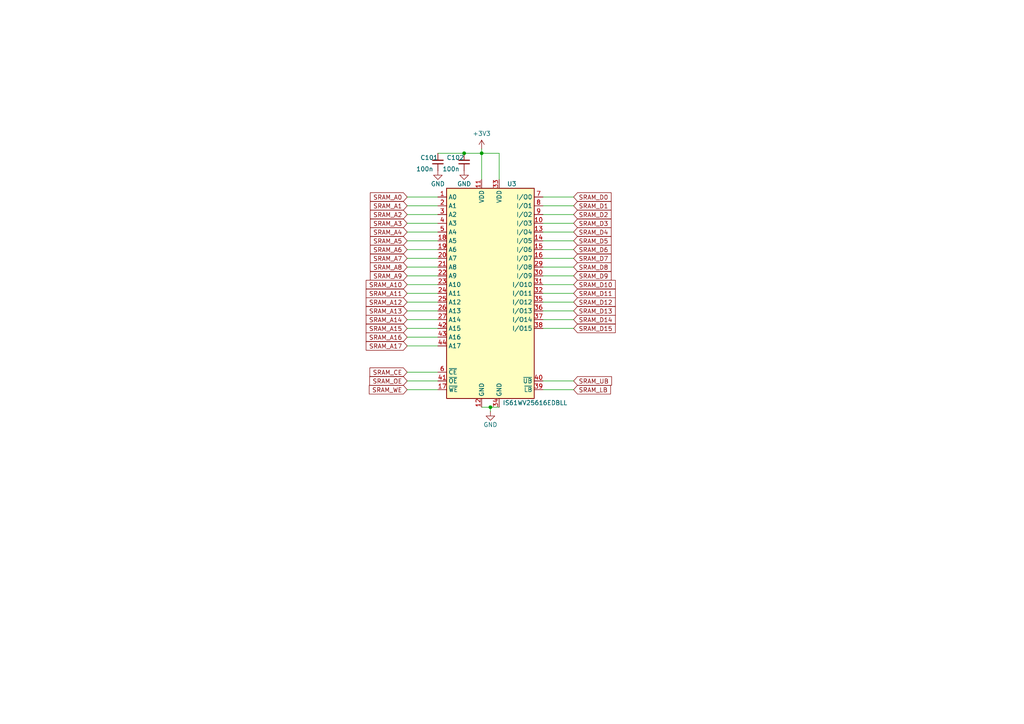
<source format=kicad_sch>
(kicad_sch (version 20231120) (generator "eeschema") (generator_version "8.0")
  (paper "A4")
  (title_block (title "CPArti: Artix-7 FPGA Development Board") (date "2024-08-22") (rev "1.0"))
  (lib_symbols
    (symbol "AAWO_lib:IS61WV25616EDBLL"
      (property "Reference" "U" (at -10.16 31.75 0))
      (property "Value" "IS61WV25616EDBLL" (at 12.7 31.75 0))
      (symbol "IS61WV25616EDBLL_0_1"
        (rectangle (start -12.7 30.48) (end 12.7 -30.48) (stroke (width 0.254)) (fill (type background)))
      )
      (symbol "IS61WV25616EDBLL_1_1"
        (pin input line (at -15.24 27.94 0) (length 2.54) (name "A0") (number "1"))
        (pin bidirectional line (at 15.24 20.32 180) (length 2.54) (name "I/O3") (number "10"))
        (pin power_in line (at -2.54 33.02 270) (length 2.54) (name "VDD") (number "11"))
        (pin power_in line (at -2.54 -33.02 90) (length 2.54) (name "GND") (number "12"))
        (pin bidirectional line (at 15.24 17.78 180) (length 2.54) (name "I/O4") (number "13"))
        (pin bidirectional line (at 15.24 15.24 180) (length 2.54) (name "I/O5") (number "14"))
        (pin bidirectional line (at 15.24 12.7 180) (length 2.54) (name "I/O6") (number "15"))
        (pin bidirectional line (at 15.24 10.16 180) (length 2.54) (name "I/O7") (number "16"))
        (pin input line (at -15.24 -27.94 0) (length 2.54) (name "~{WE}") (number "17"))
        (pin input line (at -15.24 15.24 0) (length 2.54) (name "A5") (number "18"))
        (pin input line (at -15.24 12.7 0) (length 2.54) (name "A6") (number "19"))
        (pin input line (at -15.24 25.4 0) (length 2.54) (name "A1") (number "2"))
        (pin input line (at -15.24 10.16 0) (length 2.54) (name "A7") (number "20"))
        (pin input line (at -15.24 7.62 0) (length 2.54) (name "A8") (number "21"))
        (pin input line (at -15.24 5.08 0) (length 2.54) (name "A9") (number "22"))
        (pin input line (at -15.24 2.54 0) (length 2.54) (name "A10") (number "23"))
        (pin input line (at -15.24 0 0) (length 2.54) (name "A11") (number "24"))
        (pin input line (at -15.24 -2.54 0) (length 2.54) (name "A12") (number "25"))
        (pin input line (at -15.24 -5.08 0) (length 2.54) (name "A13") (number "26"))
        (pin input line (at -15.24 -7.62 0) (length 2.54) (name "A14") (number "27"))
        (pin no_connect line (at 12.7 -15.24 180) (length 2.54) hide (name "NC") (number "28"))
        (pin bidirectional line (at 15.24 7.62 180) (length 2.54) (name "I/O8") (number "29"))
        (pin input line (at -15.24 22.86 0) (length 2.54) (name "A2") (number "3"))
        (pin bidirectional line (at 15.24 5.08 180) (length 2.54) (name "I/O9") (number "30"))
        (pin bidirectional line (at 15.24 2.54 180) (length 2.54) (name "I/O10") (number "31"))
        (pin bidirectional line (at 15.24 0 180) (length 2.54) (name "I/O11") (number "32"))
        (pin power_in line (at 2.54 33.02 270) (length 2.54) (name "VDD") (number "33"))
        (pin power_in line (at 2.54 -33.02 90) (length 2.54) (name "GND") (number "34"))
        (pin bidirectional line (at 15.24 -2.54 180) (length 2.54) (name "I/O12") (number "35"))
        (pin bidirectional line (at 15.24 -5.08 180) (length 2.54) (name "I/O13") (number "36"))
        (pin bidirectional line (at 15.24 -7.62 180) (length 2.54) (name "I/O14") (number "37"))
        (pin bidirectional line (at 15.24 -10.16 180) (length 2.54) (name "I/O15") (number "38"))
        (pin input line (at 15.24 -27.94 180) (length 2.54) (name "~{LB}") (number "39"))
        (pin input line (at -15.24 20.32 0) (length 2.54) (name "A3") (number "4"))
        (pin input line (at 15.24 -25.4 180) (length 2.54) (name "~{UB}") (number "40"))
        (pin input line (at -15.24 -25.4 0) (length 2.54) (name "~{OE}") (number "41"))
        (pin input line (at -15.24 -10.16 0) (length 2.54) (name "A15") (number "42"))
        (pin input line (at -15.24 -12.7 0) (length 2.54) (name "A16") (number "43"))
        (pin input line (at -15.24 -15.24 0) (length 2.54) (name "A17") (number "44"))
        (pin input line (at -15.24 17.78 0) (length 2.54) (name "A4") (number "5"))
        (pin input line (at -15.24 -22.86 0) (length 2.54) (name "~{CE}") (number "6"))
        (pin bidirectional line (at 15.24 27.94 180) (length 2.54) (name "I/O0") (number "7"))
        (pin bidirectional line (at 15.24 25.4 180) (length 2.54) (name "I/O1") (number "8"))
        (pin bidirectional line (at 15.24 22.86 180) (length 2.54) (name "I/O2") (number "9"))
      )
    )
    (symbol "Device:C_Small" (pin_numbers hide) (pin_names (offset 0.254) hide)
      (property "Reference" "C" (at 0.254 1.778 0))
      (property "Value" "C_Small" (at 0.254 -2.032 0))
      (symbol "C_Small_0_1"
        (polyline (pts (xy -1.524 -0.508) (xy 1.524 -0.508)) (stroke (width 0.3302)))
        (polyline (pts (xy -1.524 0.508) (xy 1.524 0.508)) (stroke (width 0.3048)))
      )
      (symbol "C_Small_1_1"
        (pin passive line (at 0 2.54 270) (length 2.032) (name "~") (number "1"))
        (pin passive line (at 0 -2.54 90) (length 2.032) (name "~") (number "2"))
      )
    )
    (symbol "power:+3V3" (power) (pin_numbers hide) (pin_names (offset 0) hide)
      (property "Value" "+3V3" (at 0 3.556 0))
      (symbol "+3V3_0_1"
        (polyline (pts (xy -0.762 1.27) (xy 0 2.54)))
        (polyline (pts (xy 0 0) (xy 0 2.54)))
        (polyline (pts (xy 0 2.54) (xy 0.762 1.27)))
      )
      (symbol "+3V3_1_1"
        (pin power_in line (at 0 0 90) (length 0) (name "~") (number "1"))
      )
    )
    (symbol "power:GND" (power) (pin_numbers hide) (pin_names (offset 0) hide)
      (property "Value" "GND" (at 0 -3.81 0))
      (symbol "GND_0_1"
        (polyline (pts (xy 0 0) (xy 0 -1.27) (xy 1.27 -1.27) (xy 0 -2.54) (xy -1.27 -1.27) (xy 0 -1.27)))
      )
      (symbol "GND_1_1"
        (pin power_in line (at 0 0 270) (length 0) (name "~") (number "1"))
      )
    )
  )
  (junction (at 142.24 118.11))
  (junction (at 139.7 44.45))
  (junction (at 134.62 44.45))
  (wire (pts (xy 157.48 80.01) (xy 166.37 80.01)))
  (wire (pts (xy 139.7 44.45) (xy 139.7 52.07)))
  (wire (pts (xy 144.78 52.07) (xy 144.78 44.45)))
  (wire (pts (xy 118.11 107.95) (xy 127 107.95)))
  (wire (pts (xy 118.11 64.77) (xy 127 64.77)))
  (wire (pts (xy 118.11 110.49) (xy 127 110.49)))
  (wire (pts (xy 142.24 118.11) (xy 144.78 118.11)))
  (wire (pts (xy 118.11 97.79) (xy 127 97.79)))
  (wire (pts (xy 157.48 87.63) (xy 166.37 87.63)))
  (wire (pts (xy 118.11 113.03) (xy 127 113.03)))
  (wire (pts (xy 118.11 92.71) (xy 127 92.71)))
  (wire (pts (xy 118.11 85.09) (xy 127 85.09)))
  (wire (pts (xy 118.11 77.47) (xy 127 77.47)))
  (wire (pts (xy 118.11 95.25) (xy 127 95.25)))
  (wire (pts (xy 157.48 62.23) (xy 166.37 62.23)))
  (wire (pts (xy 118.11 80.01) (xy 127 80.01)))
  (wire (pts (xy 127 44.45) (xy 134.62 44.45)))
  (wire (pts (xy 157.48 67.31) (xy 166.37 67.31)))
  (wire (pts (xy 139.7 118.11) (xy 142.24 118.11)))
  (wire (pts (xy 157.48 64.77) (xy 166.37 64.77)))
  (wire (pts (xy 118.11 100.33) (xy 127 100.33)))
  (wire (pts (xy 157.48 85.09) (xy 166.37 85.09)))
  (wire (pts (xy 157.48 59.69) (xy 166.37 59.69)))
  (wire (pts (xy 118.11 74.93) (xy 127 74.93)))
  (wire (pts (xy 118.11 59.69) (xy 127 59.69)))
  (wire (pts (xy 157.48 90.17) (xy 166.37 90.17)))
  (wire (pts (xy 139.7 43.18) (xy 139.7 44.45)))
  (wire (pts (xy 118.11 69.85) (xy 127 69.85)))
  (wire (pts (xy 157.48 77.47) (xy 166.37 77.47)))
  (wire (pts (xy 144.78 44.45) (xy 139.7 44.45)))
  (wire (pts (xy 157.48 113.03) (xy 166.37 113.03)))
  (wire (pts (xy 118.11 87.63) (xy 127 87.63)))
  (wire (pts (xy 157.48 69.85) (xy 166.37 69.85)))
  (wire (pts (xy 157.48 92.71) (xy 166.37 92.71)))
  (wire (pts (xy 118.11 67.31) (xy 127 67.31)))
  (wire (pts (xy 118.11 90.17) (xy 127 90.17)))
  (wire (pts (xy 118.11 57.15) (xy 127 57.15)))
  (wire (pts (xy 157.48 82.55) (xy 166.37 82.55)))
  (wire (pts (xy 118.11 62.23) (xy 127 62.23)))
  (wire (pts (xy 157.48 57.15) (xy 166.37 57.15)))
  (wire (pts (xy 157.48 74.93) (xy 166.37 74.93)))
  (wire (pts (xy 142.24 118.11) (xy 142.24 119.38)))
  (wire (pts (xy 157.48 95.25) (xy 166.37 95.25)))
  (wire (pts (xy 118.11 82.55) (xy 127 82.55)))
  (wire (pts (xy 157.48 72.39) (xy 166.37 72.39)))
  (wire (pts (xy 118.11 72.39) (xy 127 72.39)))
  (wire (pts (xy 157.48 110.49) (xy 166.37 110.49)))
  (wire (pts (xy 134.62 44.45) (xy 139.7 44.45)))
  (global_label "SRAM_D8" (shape input) (at 166.37 77.47 0) (property "Intersheetrefs" "${INTERSHEET_REFS}" (effects (hide yes))))
  (global_label "SRAM_A16" (shape input) (at 118.11 97.79 180) (property "Intersheetrefs" "${INTERSHEET_REFS}" (effects (hide yes))))
  (global_label "SRAM_D12" (shape input) (at 166.37 87.63 0) (property "Intersheetrefs" "${INTERSHEET_REFS}" (effects (hide yes))))
  (global_label "SRAM_D9" (shape input) (at 166.37 80.01 0) (property "Intersheetrefs" "${INTERSHEET_REFS}" (effects (hide yes))))
  (global_label "SRAM_A4" (shape input) (at 118.11 67.31 180) (property "Intersheetrefs" "${INTERSHEET_REFS}" (effects (hide yes))))
  (global_label "SRAM_D4" (shape input) (at 166.37 67.31 0) (property "Intersheetrefs" "${INTERSHEET_REFS}" (effects (hide yes))))
  (global_label "SRAM_A9" (shape input) (at 118.11 80.01 180) (property "Intersheetrefs" "${INTERSHEET_REFS}" (effects (hide yes))))
  (global_label "SRAM_D7" (shape input) (at 166.37 74.93 0) (property "Intersheetrefs" "${INTERSHEET_REFS}" (effects (hide yes))))
  (global_label "SRAM_CE" (shape input) (at 118.11 107.95 180) (property "Intersheetrefs" "${INTERSHEET_REFS}" (effects (hide yes))))
  (global_label "SRAM_D3" (shape input) (at 166.37 64.77 0) (property "Intersheetrefs" "${INTERSHEET_REFS}" (effects (hide yes))))
  (global_label "SRAM_D10" (shape input) (at 166.37 82.55 0) (property "Intersheetrefs" "${INTERSHEET_REFS}" (effects (hide yes))))
  (global_label "SRAM_A7" (shape input) (at 118.11 74.93 180) (property "Intersheetrefs" "${INTERSHEET_REFS}" (effects (hide yes))))
  (global_label "SRAM_A6" (shape input) (at 118.11 72.39 180) (property "Intersheetrefs" "${INTERSHEET_REFS}" (effects (hide yes))))
  (global_label "SRAM_D1" (shape input) (at 166.37 59.69 0) (property "Intersheetrefs" "${INTERSHEET_REFS}" (effects (hide yes))))
  (global_label "SRAM_A1" (shape input) (at 118.11 59.69 180) (property "Intersheetrefs" "${INTERSHEET_REFS}" (effects (hide yes))))
  (global_label "SRAM_A17" (shape input) (at 118.11 100.33 180) (property "Intersheetrefs" "${INTERSHEET_REFS}" (effects (hide yes))))
  (global_label "SRAM_D15" (shape input) (at 166.37 95.25 0) (property "Intersheetrefs" "${INTERSHEET_REFS}" (effects (hide yes))))
  (global_label "SRAM_UB" (shape input) (at 166.37 110.49 0) (property "Intersheetrefs" "${INTERSHEET_REFS}" (effects (hide yes))))
  (global_label "SRAM_D13" (shape input) (at 166.37 90.17 0) (property "Intersheetrefs" "${INTERSHEET_REFS}" (effects (hide yes))))
  (global_label "SRAM_WE" (shape input) (at 118.11 113.03 180) (property "Intersheetrefs" "${INTERSHEET_REFS}" (effects (hide yes))))
  (global_label "SRAM_OE" (shape input) (at 118.11 110.49 180) (property "Intersheetrefs" "${INTERSHEET_REFS}" (effects (hide yes))))
  (global_label "SRAM_A2" (shape input) (at 118.11 62.23 180) (property "Intersheetrefs" "${INTERSHEET_REFS}" (effects (hide yes))))
  (global_label "SRAM_A8" (shape input) (at 118.11 77.47 180) (property "Intersheetrefs" "${INTERSHEET_REFS}" (effects (hide yes))))
  (global_label "SRAM_D5" (shape input) (at 166.37 69.85 0) (property "Intersheetrefs" "${INTERSHEET_REFS}" (effects (hide yes))))
  (global_label "SRAM_D2" (shape input) (at 166.37 62.23 0) (property "Intersheetrefs" "${INTERSHEET_REFS}" (effects (hide yes))))
  (global_label "SRAM_A15" (shape input) (at 118.11 95.25 180) (property "Intersheetrefs" "${INTERSHEET_REFS}" (effects (hide yes))))
  (global_label "SRAM_A5" (shape input) (at 118.11 69.85 180) (property "Intersheetrefs" "${INTERSHEET_REFS}" (effects (hide yes))))
  (global_label "SRAM_A10" (shape input) (at 118.11 82.55 180) (property "Intersheetrefs" "${INTERSHEET_REFS}" (effects (hide yes))))
  (global_label "SRAM_A0" (shape input) (at 118.11 57.15 180) (property "Intersheetrefs" "${INTERSHEET_REFS}" (effects (hide yes))))
  (global_label "SRAM_A14" (shape input) (at 118.11 92.71 180) (property "Intersheetrefs" "${INTERSHEET_REFS}" (effects (hide yes))))
  (global_label "SRAM_D0" (shape input) (at 166.37 57.15 0) (property "Intersheetrefs" "${INTERSHEET_REFS}" (effects (hide yes))))
  (global_label "SRAM_D14" (shape input) (at 166.37 92.71 0) (property "Intersheetrefs" "${INTERSHEET_REFS}" (effects (hide yes))))
  (global_label "SRAM_A3" (shape input) (at 118.11 64.77 180) (property "Intersheetrefs" "${INTERSHEET_REFS}" (effects (hide yes))))
  (global_label "SRAM_D6" (shape input) (at 166.37 72.39 0) (property "Intersheetrefs" "${INTERSHEET_REFS}" (effects (hide yes))))
  (global_label "SRAM_LB" (shape input) (at 166.37 113.03 0) (property "Intersheetrefs" "${INTERSHEET_REFS}" (effects (hide yes))))
  (global_label "SRAM_A11" (shape input) (at 118.11 85.09 180) (property "Intersheetrefs" "${INTERSHEET_REFS}" (effects (hide yes))))
  (global_label "SRAM_A13" (shape input) (at 118.11 90.17 180) (property "Intersheetrefs" "${INTERSHEET_REFS}" (effects (hide yes))))
  (global_label "SRAM_D11" (shape input) (at 166.37 85.09 0) (property "Intersheetrefs" "${INTERSHEET_REFS}" (effects (hide yes))))
  (global_label "SRAM_A12" (shape input) (at 118.11 87.63 180) (property "Intersheetrefs" "${INTERSHEET_REFS}" (effects (hide yes))))
  (symbol (lib_id "power:GND") (at 134.62 49.53 0) (unit 1)
    (property "Reference" "#PWR0304" (effects (hide yes)))
    (property "Value" "GND" (at 134.62 53.34 0))
  )
  (symbol (lib_id "Device:C_Small") (at 134.62 46.99 180) (unit 1)
    (property "Reference" "C102" (at 132.08 45.72 0))
    (property "Value" "100n" (at 130.81 49.022 0))
    (property "Footprint" "Capacitor_SMD:C_0402_1005Metric" (effects (hide yes)))
    (property "Description" "Unpolarized capacitor, small symbol" (effects (hide yes)))
    (property "LCSC" "C1525" (effects (hide yes)))
  )
  (symbol (lib_id "Device:C_Small") (at 127 46.99 180) (unit 1)
    (property "Reference" "C101" (at 124.46 45.72 0))
    (property "Value" "100n" (at 123.19 49.022 0))
    (property "Footprint" "Capacitor_SMD:C_0402_1005Metric" (effects (hide yes)))
    (property "Description" "Unpolarized capacitor, small symbol" (effects (hide yes)))
    (property "LCSC" "C1525" (effects (hide yes)))
  )
  (symbol (lib_id "power:+3V3") (at 139.7 43.18 0) (unit 1)
    (property "Reference" "#PWR0231" (effects (hide yes)))
    (property "Value" "+3V3" (at 139.7 38.735 0))
  )
  (symbol (lib_id "power:GND") (at 127 49.53 0) (unit 1)
    (property "Reference" "#PWR0303" (effects (hide yes)))
    (property "Value" "GND" (at 127 53.34 0))
  )
  (symbol (lib_id "power:GND") (at 142.24 119.38 0) (unit 1)
    (property "Reference" "#PWR0232" (effects (hide yes)))
    (property "Value" "GND" (at 142.24 123.19 0))
  )
  (symbol (lib_id "AAWO_lib:IS61WV25616EDBLL") (at 142.24 85.09 0) (unit 1)
    (property "Reference" "U3" (at 147.066 53.34 0) (effects (justify left)))
    (property "Value" "IS61WV25616EDBLL" (at 145.796 116.84 0) (effects (justify left)))
    (property "Footprint" "Package_SO:TSOP-II-44_10.16x18.41mm_P0.8mm" (effects (hide yes)))
    (property "Datasheet" "https://www.issi.com/WW/pdf/61-64WV25616EDBLL.pdf" (effects (hide yes)))
    (property "Description" "256K x 16 HIGH-SPEED ASYNCHRONOUS CMOS STATIC RAM WITH ECC, 10ns, TSOP II-44" (effects (hide yes)))
    (property "LCSC" "C883296" (effects (hide yes)))
  )
)
</source>
